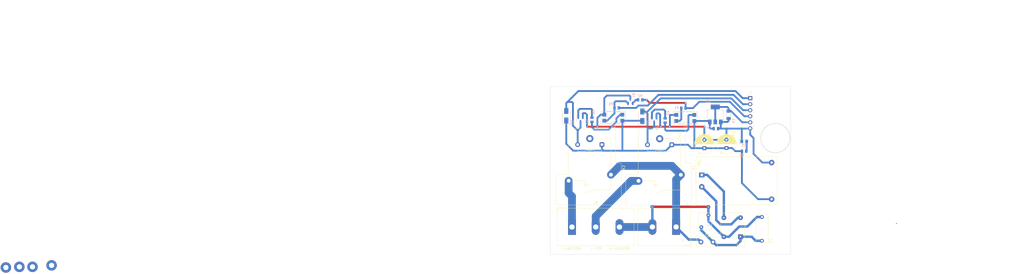
<source format=kicad_pcb>
(kicad_pcb (version 20221018) (generator pcbnew)
  (layers (0 "F.Cu" signal) (31 "B.Cu" signal) (34 "B.Paste" user) (35 "F.Paste" user) (36 "B.SilkS" user "B.Silkscreen") (37 "F.SilkS" user "F.Silkscreen") (38 "B.Mask" user) (39 "F.Mask" user) (44 "Edge.Cuts" user))
  (net 0 "")
  (net 1 "Net-(C1-Pad1)")
  (net 2 "+3.3V")
  (net 3 "Net-(D3-A)")
  (net 4 "+5V")
  (net 5 "MAINSIN_N")
  (net 6 "MAINSIN_L")
  (net 7 "Net-(J8-Pin_1)")
  (net 8 "LED_TOP")
  (net 9 "LED_BOTTOM")
  (net 10 "RELAY_BOTTOM")
  (net 11 "Net-(J8-Pin_2)")
  (net 12 "GND")
  (net 13 "RELAY_TOP")
  (net 14 "Net-(PS1-AC{slash}N)")
  (net 15 "Net-(PS1-AC{slash}L)")
  (net 16 "Net-(Q1-B)")
  (net 17 "Net-(Q1-E)")
  (net 18 "Net-(Q2-B)")
  (net 19 "Net-(Q3-B)")
  (net 20 "Net-(R1-Pad1)")
  (net 21 "Net-(R3-Pad1)")
  (net 22 "Net-(R6-Pad1)")
  (footprint "Relay_THT:Relay_SPST_RAYEX-L90A" (layer "F.Cu") (at 138.3 88.26 -90)
    (fp_text reference "K1" (at 12.1666 -14.3 -90) (layer "F.SilkS"))
    (fp_text value "HEATER-TOP")
    (pad "13A" thru_hole circle (at 0 0 90) (size 3 3) (drill 1.6) (layers "*.Cu" "*.Mask"))
    (pad "13B" thru_hole circle (at 15.2 -8.9 90) (size 3 3) (drill 1.6) (layers "*.Cu" "*.Mask") (net 6 "MAINSIN_L"))
    (pad "14" thru_hole circle (at 17.74 8.9 90) (size 3 3) (drill 1.6) (layers "*.Cu" "*.Mask") (net 11 "Net-(J8-Pin_2)"))
    (pad "A1" thru_hole roundrect (at 2.54 -5.1 90) (size 2 2) (drill 1.1) (layers "*.Cu" "*.Mask") (net 4 "+5V"))
    (pad "A2" thru_hole circle (at 2.54 5.1 90) (size 2 2) (drill 1.1) (layers "*.Cu" "*.Mask") (net 8 "LED_TOP"))
  )
  (footprint "Inductor_THT:Choke_Schaffner_RN204-04-9.0x14.0mm" (layer "F.Cu") (at 172.3 131.5 180)
    (fp_text reference "L1" (at 0.7 -1.3) (layer "F.SilkS"))
    (fp_text value "15mH 500mA")
    (pad "1" thru_hole rect (at 0 2 180) (size 2 2) (drill 0.6) (layers "*.Cu" "*.Mask") (net 1 "Net-(C1-Pad1)"))
    (pad "2" thru_hole circle (at 7 2 180) (size 2 2) (drill 0.6) (layers "*.Cu" "*.Mask") (net 5 "MAINSIN_N"))
    (pad "3" thru_hole circle (at 0 10 180) (size 2 2) (drill 0.6) (layers "*.Cu" "*.Mask") (net 14 "Net-(PS1-AC{slash}N)"))
    (pad "4" thru_hole circle (at 7 10 180) (size 2 2) (drill 0.6) (layers "*.Cu" "*.Mask") (net 15 "Net-(PS1-AC{slash}L)"))
  )
  (footprint "Capacitor_THT:CP_Radial_D8.0mm_P3.50mm" (layer "F.Cu") (at 166.4 92.2 90)
    (fp_text reference "C3" (at 6 3 90) (layer "F.SilkS"))
    (fp_text value "1uF")
    (pad "1" thru_hole rect (at 0 0 90) (size 1.6 1.6) (drill 0.8) (layers "*.Cu" "*.Mask") (net 4 "+5V"))
    (pad "2" thru_hole circle (at 3.5 0 90) (size 1.6 1.6) (drill 0.8) (layers "*.Cu" "*.Mask") (net 12 "GND"))
  )
  (footprint "MountingHole:MountingHole_2.2mm_M2_Pad" (layer "F.Cu") (at -117.55 141.55)
    (fp_text reference "REF**" hide)
    (fp_text value "MountingHole_2.2mm_M2_Pad" hide)
    (pad "1" thru_hole circle (at 0 0) (size 4.4 4.4) (drill 2.2) (layers "*.Cu" "*.Mask"))
  )
  (footprint "Connector_PinHeader_2.54mm:PinHeader_1x06_P2.54mm_Vertical" (layer "F.Cu") (at 176.4 71.2)
    (fp_text reference "J1" (at 0 -2.33) (layer "F.SilkS"))
    (fp_text value "MCU")
    (pad "1" thru_hole rect (at 0 0) (size 1.7 1.7) (drill 1) (layers "*.Cu" "*.Mask") (net 9 "LED_BOTTOM"))
    (pad "2" thru_hole oval (at 0 2.54) (size 1.7 1.7) (drill 1) (layers "*.Cu" "*.Mask") (net 10 "RELAY_BOTTOM"))
    (pad "3" thru_hole oval (at 0 5.08) (size 1.7 1.7) (drill 1) (layers "*.Cu" "*.Mask") (net 8 "LED_TOP"))
    (pad "4" thru_hole oval (at 0 7.62) (size 1.7 1.7) (drill 1) (layers "*.Cu" "*.Mask") (net 13 "RELAY_TOP"))
    (pad "5" thru_hole oval (at 0 10.16) (size 1.7 1.7) (drill 1) (layers "*.Cu" "*.Mask") (net 2 "+3.3V"))
    (pad "6" thru_hole oval (at 0 12.7) (size 1.7 1.7) (drill 1) (layers "*.Cu" "*.Mask") (net 12 "GND"))
  )
  (footprint "Capacitor_THT:CP_Radial_D8.0mm_P3.50mm" (layer "F.Cu") (at 157.1 92.252651 90)
    (fp_text reference "C2" (at 5.87 -10.5 90) (layer "F.SilkS"))
    (fp_text value "470uF")
    (pad "1" thru_hole rect (at 0 0 90) (size 1.6 1.6) (drill 0.8) (layers "*.Cu" "*.Mask") (net 4 "+5V"))
    (pad "2" thru_hole circle (at 3.5 0 90) (size 1.6 1.6) (drill 0.8) (layers "*.Cu" "*.Mask") (net 12 "GND"))
  )
  (footprint "Converter_ACDC:Converter_ACDC_HiLink_HLK-PMxx" (layer "F.Cu") (at 156 103.5)
    (fp_text reference "PS1" (at -1.016 -5.207 90) (layer "F.SilkS"))
    (fp_text value "HLK-PM01")
    (pad "1" thru_hole rect (at 0 0) (size 2.3 2) (drill 1) (layers "*.Cu" "*.Mask") (net 15 "Net-(PS1-AC{slash}L)"))
    (pad "2" thru_hole circle (at 0 5) (size 2.3 2.3) (drill 1) (layers "*.Cu" "*.Mask") (net 14 "Net-(PS1-AC{slash}N)"))
    (pad "3" thru_hole circle (at 29.4 -5.2) (size 2.3 2.3) (drill 1) (layers "*.Cu" "*.Mask") (net 12 "GND"))
    (pad "4" thru_hole circle (at 29.4 10.2) (size 2.3 2.3) (drill 1) (layers "*.Cu" "*.Mask") (net 4 "+5V"))
  )
  (footprint "TerminalBlock_Dinkle:TerminalBlock_Dinkle_DT-55-B01X-02_P10.00mm" (layer "F.Cu") (at 145.225 125.39 180)
    (fp_text reference "J2" (at -2.775 -5.51 180) (layer "F.SilkS"))
    (fp_text value "MAINS_IN")
    (pad "1" thru_hole rect (at 0 0 180) (size 3.3 6.6) (drill 2.2) (layers "*.Cu" "*.Mask") (net 6 "MAINSIN_L"))
    (pad "2" thru_hole oval (at 10 0 180) (size 3.3 6.6) (drill 2.2) (layers "*.Cu" "*.Mask") (net 5 "MAINSIN_N"))
  )
  (footprint "Relay_THT:Relay_SPST_RAYEX-L90A" (layer "F.Cu") (at 108.9 88.2 -90)
    (fp_text reference "K2" (at 12.1666 -14.3 -90) (layer "F.SilkS"))
    (fp_text value "HEATER-BOTTOM")
    (pad "13A" thru_hole circle (at 0 0 90) (size 3 3) (drill 1.6) (layers "*.Cu" "*.Mask"))
    (pad "13B" thru_hole circle (at 15.2 -8.9 90) (size 3 3) (drill 1.6) (layers "*.Cu" "*.Mask") (net 6 "MAINSIN_L"))
    (pad "14" thru_hole circle (at 17.74 8.9 90) (size 3 3) (drill 1.6) (layers "*.Cu" "*.Mask") (net 7 "Net-(J8-Pin_1)"))
    (pad "A1" thru_hole roundrect (at 2.54 -5.1 90) (size 2 2) (drill 1.1) (layers "*.Cu" "*.Mask") (net 4 "+5V"))
    (pad "A2" thru_hole circle (at 2.54 5.1 90) (size 2 2) (drill 1.1) (layers "*.Cu" "*.Mask") (net 9 "LED_BOTTOM"))
  )
  (footprint "MountingHole:MountingHole_2.2mm_M2_Pad" (layer "F.Cu") (at -131.1 142.175)
    (fp_text reference "REF**" hide)
    (fp_text value "MountingHole_2.2mm_M2_Pad" hide)
    (pad "1" thru_hole circle (at 0 0) (size 4.4 4.4) (drill 2.2) (layers "*.Cu" "*.Mask"))
  )
  (footprint "Varistor:RV_Disc_D7mm_W5.7mm_P5mm" (layer "F.Cu") (at 155.8 125.5 90)
    (fp_text reference "RV1" (at 1.57125 3.02425 90) (layer "F.SilkS"))
    (fp_text value "10D561")
    (pad "1" thru_hole circle (at 0 0 90) (size 1.6 1.6) (drill 0.6) (layers "*.Cu" "*.Mask") (net 1 "Net-(C1-Pad1)"))
    (pad "2" thru_hole circle (at 5 3 90) (size 1.6 1.6) (drill 0.6) (layers "*.Cu" "*.Mask") (net 5 "MAINSIN_N"))
  )
  (footprint "MountingHole:MountingHole_2.2mm_M2_Pad" (layer "F.Cu") (at -136.775 142.45)
    (fp_text reference "REF**" hide)
    (fp_text value "MountingHole_2.2mm_M2_Pad" hide)
    (pad "1" thru_hole circle (at 0 0) (size 4.4 4.4) (drill 2.2) (layers "*.Cu" "*.Mask"))
  )
  (footprint "TerminalBlock_Dinkle:TerminalBlock_Dinkle_DT-55-B01X-03_P10.00mm" (layer "F.Cu") (at 101.4 125.415)
    (fp_text reference "J8" (at 10.08 -10.16) (layer "F.SilkS"))
    (fp_text value "HEATER")
    (pad "1" thru_hole rect (at 0 0) (size 3.3 6.6) (drill 2.2) (layers "*.Cu" "*.Mask") (net 7 "Net-(J8-Pin_1)"))
    (pad "2" thru_hole oval (at 10 0) (size 3.3 6.6) (drill 2.2) (layers "*.Cu" "*.Mask") (net 11 "Net-(J8-Pin_2)"))
    (pad "3" thru_hole oval (at 20 0) (size 3.3 6.6) (drill 2.2) (layers "*.Cu" "*.Mask") (net 5 "MAINSIN_N"))
  )
  (footprint "Capacitor_THT:C_Rect_L11.5mm_W5.0mm_P10.00mm_MKT" (layer "F.Cu") (at 181.3 131.2 90)
    (fp_text reference "C1" (at -0.00675 3.72825 90) (layer "F.SilkS"))
    (fp_text value "0.1uF")
    (pad "1" thru_hole circle (at 0 0 90) (size 1.6 1.6) (drill 0.8) (layers "*.Cu" "*.Mask") (net 1 "Net-(C1-Pad1)"))
    (pad "2" thru_hole circle (at 10 0 90) (size 1.6 1.6) (drill 0.8) (layers "*.Cu" "*.Mask") (net 5 "MAINSIN_N"))
  )
  (footprint "MountingHole:MountingHole_2.2mm_M2_Pad" (layer "F.Cu") (at -125.575 142.175)
    (fp_text reference "REF**" hide)
    (fp_text value "MountingHole_2.2mm_M2_Pad" hide)
    (pad "1" thru_hole circle (at 0 0) (size 4.4 4.4) (drill 2.2) (layers "*.Cu" "*.Mask"))
  )
  (footprint "Fuse:Fuse_Littelfuse_395Series" (layer "F.Cu") (at 155.66 131.7)
    (fp_text reference "F1" (at 2.65 -2.95) (layer "F.SilkS"))
    (fp_text value "500 mA")
    (pad "1" thru_hole circle (at 0 0) (size 2 2) (drill 1) (layers "*.Cu" "*.Mask") (net 6 "MAINSIN_L"))
    (pad "2" thru_hole circle (at 5.08 0.01) (size 2 2) (drill 1) (layers "*.Cu" "*.Mask") (net 1 "Net-(C1-Pad1)"))
  )
  (footprint "Capacitor_SMD:C_0805_2012Metric" (layer "B.Cu") (at 161.94 84.005)
    (fp_text reference "C4" (at -3.075 -0.4) (layer "B.SilkS") (effects (justify mirror)))
    (fp_text value "10uF")
    (pad "1" smd roundrect (at -0.95 0) (size 1 1.45) (layers "B.Cu" "B.Paste" "B.Mask") (net 4 "+5V"))
    (pad "2" smd roundrect (at 0.95 0) (size 1 1.45) (layers "B.Cu" "B.Paste" "B.Mask") (net 12 "GND"))
  )
  (footprint "Diode_SMD:D_SMA" (layer "B.Cu") (at 131 78.8 90)
    (fp_text reference "D1" (at -2.74 2.505 270) (layer "B.SilkS") (effects (justify mirror)))
    (fp_text value "US1M")
    (pad "1" smd roundrect (at -2 0 90) (size 2.5 1.8) (layers "B.Cu" "B.Paste" "B.Mask") (roundrect_rratio 0.1388888889) (net 4 "+5V"))
    (pad "2" smd roundrect (at 2 0 90) (size 2.5 1.8) (layers "B.Cu" "B.Paste" "B.Mask") (roundrect_rratio 0.1388888889) (net 8 "LED_TOP"))
  )
  (footprint "Package_DIP:DIP-4_W7.62mm_SMDSocket_SmallPads" (layer "B.Cu") (at 149.09 79.53)
    (fp_text reference "U1" (at 0 3.6) (layer "B.SilkS") (effects (justify mirror)))
    (fp_text value "PC817")
    (pad "1" smd rect (at -3.81 1.27) (size 1.6 1.6) (layers "B.Cu" "B.Paste" "B.Mask") (net 20 "Net-(R1-Pad1)"))
    (pad "2" smd rect (at -3.81 -1.27) (size 1.6 1.6) (layers "B.Cu" "B.Paste" "B.Mask") (net 12 "GND"))
    (pad "3" smd rect (at 3.81 -1.27) (size 1.6 1.6) (layers "B.Cu" "B.Paste" "B.Mask") (net 21 "Net-(R3-Pad1)"))
    (pad "4" smd rect (at 3.81 1.27) (size 1.6 1.6) (layers "B.Cu" "B.Paste" "B.Mask") (net 4 "+5V"))
  )
  (footprint "Resistor_SMD:R_0805_2012Metric" (layer "B.Cu") (at 140.6 80.6 90)
    (fp_text reference "R3" (at 3.225 1.275 90) (layer "B.SilkS") (effects (justify mirror)))
    (fp_text value "200")
    (pad "1" smd roundrect (at -0.9125 0 90) (size 1.025 1.4) (layers "B.Cu" "B.Paste" "B.Mask") (roundrect_rratio 0.243902439) (net 21 "Net-(R3-Pad1)"))
    (pad "2" smd roundrect (at 0.9125 0 90) (size 1.025 1.4) (layers "B.Cu" "B.Paste" "B.Mask") (roundrect_rratio 0.243902439) (net 18 "Net-(Q2-B)"))
  )
  (footprint "Package_DIP:DIP-4_W7.62mm_SMDSocket_SmallPads" (layer "B.Cu") (at 118.8 79.43)
    (fp_text reference "U2" (at 0 3.6 180) (layer "B.SilkS") (effects (justify mirror)))
    (fp_text value "PC817")
    (pad "1" smd rect (at -3.81 1.27) (size 1.6 1.6) (layers "B.Cu" "B.Paste" "B.Mask") (net 17 "Net-(Q1-E)"))
    (pad "2" smd rect (at -3.81 -1.27) (size 1.6 1.6) (layers "B.Cu" "B.Paste" "B.Mask") (net 12 "GND"))
    (pad "3" smd rect (at 3.81 -1.27) (size 1.6 1.6) (layers "B.Cu" "B.Paste" "B.Mask") (net 22 "Net-(R6-Pad1)"))
    (pad "4" smd rect (at 3.81 1.27) (size 1.6 1.6) (layers "B.Cu" "B.Paste" "B.Mask") (net 4 "+5V"))
  )
  (footprint "Package_TO_SOT_SMD:SOT-23" (layer "B.Cu") (at 136 80.3625 -90)
    (fp_text reference "Q2" (at 3.075 -1.25 90) (layer "B.SilkS") (effects (justify mirror)))
    (fp_text value "MMBT3904")
    (pad "1" smd roundrect (at -0.9375 0.95 270) (size 1.475 0.6) (layers "B.Cu" "B.Paste" "B.Mask") (net 18 "Net-(Q2-B)"))
    (pad "2" smd roundrect (at -0.9375 -0.95 270) (size 1.475 0.6) (layers "B.Cu" "B.Paste" "B.Mask") (net 12 "GND"))
    (pad "3" smd roundrect (at 0.9375 0 270) (size 1.475 0.6) (layers "B.Cu" "B.Paste" "B.Mask") (net 8 "LED_TOP"))
  )
  (footprint "Package_TO_SOT_SMD:SOT-223-3_TabPin2" (layer "B.Cu") (at 161.69 78.055 90)
    (fp_text reference "U3" (at 5.5 -2.9 180) (layer "B.SilkS") (effects (justify mirror)))
    (fp_text value "AMS1117-3.3")
    (pad "1" smd rect (at -3.15 2.3 90) (size 2 1.5) (layers "B.Cu" "B.Paste" "B.Mask") (net 12 "GND"))
    (pad "2" smd rect (at -3.15 0 90) (size 2 1.5) (layers "B.Cu" "B.Paste" "B.Mask") (net 2 "+3.3V"))
    (pad "2" smd rect (at 3.15 0 90) (size 2 3.8) (layers "B.Cu" "B.Paste" "B.Mask") (net 2 "+3.3V"))
    (pad "3" smd rect (at -3.15 -2.3 90) (size 2 1.5) (layers "B.Cu" "B.Paste" "B.Mask") (net 4 "+5V"))
  )
  (footprint "Diode_SMD:D_SMA" (layer "B.Cu") (at 99 78.6 90)
    (fp_text reference "D2" (at -2.75 2.55 270) (layer "B.SilkS") (effects (justify mirror)))
    (fp_text value "US1M")
    (pad "1" smd roundrect (at -2 0 90) (size 2.5 1.8) (layers "B.Cu" "B.Paste" "B.Mask") (roundrect_rratio 0.1388888889) (net 4 "+5V"))
    (pad "2" smd roundrect (at 2 0 90) (size 2.5 1.8) (layers "B.Cu" "B.Paste" "B.Mask") (roundrect_rratio 0.1388888889) (net 9 "LED_BOTTOM"))
  )
  (footprint "Resistor_SMD:R_0805_2012Metric" (layer "B.Cu") (at 173.8125 93.5)
    (fp_text reference "R8" (at -0.9 1.8) (layer "B.SilkS") (effects (justify mirror)))
    (fp_text value "330")
    (pad "1" smd roundrect (at -0.9125 0) (size 1.025 1.4) (layers "B.Cu" "B.Paste" "B.Mask") (roundrect_rratio 0.243902439) (net 4 "+5V"))
    (pad "2" smd roundrect (at 0.9125 0) (size 1.025 1.4) (layers "B.Cu" "B.Paste" "B.Mask") (roundrect_rratio 0.243902439) (net 3 "Net-(D3-A)"))
  )
  (footprint "Package_TO_SOT_SMD:SOT-23" (layer "B.Cu") (at 125.95 72.4625 90)
    (fp_text reference "Q1" (at 2.4625 1.45 90) (layer "B.SilkS") (effects (justify mirror)))
    (fp_text value "MMBT3904")
    (pad "1" smd roundrect (at -0.9375 0.95 90) (size 1.475 0.6) (layers "B.Cu" "B.Paste" "B.Mask") (net 16 "Net-(Q1-B)"))
    (pad "2" smd roundrect (at -0.9375 -0.95 90) (size 1.475 0.6) (layers "B.Cu" "B.Paste" "B.Mask") (net 17 "Net-(Q1-E)"))
    (pad "3" smd roundrect (at 0.9375 0 90) (size 1.475 0.6) (layers "B.Cu" "B.Paste" "B.Mask") (net 12 "GND"))
  )
  (footprint "Package_TO_SOT_SMD:SOT-23" (layer "B.Cu") (at 105 80.1625 -90)
    (fp_text reference "Q3" (at 0.95 -2.725 90) (layer "B.SilkS") (effects (justify mirror)))
    (fp_text value "MMBT3904" hide)
    (pad "1" smd roundrect (at -0.9375 0.95 270) (size 1.475 0.6) (layers "B.Cu" "B.Paste" "B.Mask") (net 19 "Net-(Q3-B)"))
    (pad "2" smd roundrect (at -0.9375 -0.95 270) (size 1.475 0.6) (layers "B.Cu" "B.Paste" "B.Mask") (net 12 "GND"))
    (pad "3" smd roundrect (at 0.9375 0 270) (size 1.475 0.6) (layers "B.Cu" "B.Paste" "B.Mask") (net 9 "LED_BOTTOM"))
  )
  (footprint "Capacitor_SMD:C_1206_3216Metric_Pad1.33x1.80mm_HandSolder" (layer "B.Cu") (at 167.29 78.205 -90)
    (fp_text reference "C5" (at 2.6 -2.1 90) (layer "B.SilkS") (effects (justify mirror)))
    (fp_text value "22uF")
    (pad "1" smd roundrect (at -1.5625 0 270) (size 1.325 1.8) (layers "B.Cu" "B.Paste" "B.Mask") (roundrect_rratio 0.188679) (net 2 "+3.3V"))
    (pad "2" smd roundrect (at 1.5625 0 270) (size 1.325 1.8) (layers "B.Cu" "B.Paste" "B.Mask") (roundrect_rratio 0.188679) (net 12 "GND"))
  )
  (footprint "Resistor_SMD:R_0805_2012Metric" (layer "B.Cu") (at 148.3 75.4)
    (fp_text reference "R1" (at -2.9 -0.125) (layer "B.SilkS") (effects (justify mirror)))
    (fp_text value "470")
    (pad "1" smd roundrect (at -0.9125 0) (size 1.025 1.4) (layers "B.Cu" "B.Paste" "B.Mask") (roundrect_rratio 0.243902439) (net 20 "Net-(R1-Pad1)"))
    (pad "2" smd roundrect (at 0.9125 0) (size 1.025 1.4) (layers "B.Cu" "B.Paste" "B.Mask") (roundrect_rratio 0.243902439) (net 13 "RELAY_TOP"))
  )
  (footprint "LED_SMD:LED_0805_2012Metric_Pad1.15x1.40mm_HandSolder" (layer "B.Cu") (at 173.875 89.4)
    (fp_text reference "D3" (at 0 1.65) (layer "B.SilkS") (effects (justify mirror)))
    (fp_text value "LED")
    (pad "1" smd roundrect (at -1.025 0) (size 1.15 1.4) (layers "B.Cu" "B.Paste" "B.Mask") (roundrect_rratio 0.217391) (net 12 "GND"))
    (pad "2" smd roundrect (at 1.025 0) (size 1.15 1.4) (layers "B.Cu" "B.Paste" "B.Mask") (roundrect_rratio 0.217391) (net 3 "Net-(D3-A)"))
  )
  (footprint "Resistor_SMD:R_0805_2012Metric" (layer "B.Cu") (at 109.8 80.2875 90)
    (fp_text reference "R6" (at 3.225 0.75 90) (layer "B.SilkS") (effects (justify mirror)))
    (fp_text value "200")
    (pad "1" smd roundrect (at -0.9125 0 90) (size 1.025 1.4) (layers "B.Cu" "B.Paste" "B.Mask") (roundrect_rratio 0.243902439) (net 22 "Net-(R6-Pad1)"))
    (pad "2" smd roundrect (at 0.9125 0 90) (size 1.025 1.4) (layers "B.Cu" "B.Paste" "B.Mask") (roundrect_rratio 0.243902439) (net 19 "Net-(Q3-B)"))
  )
  (footprint "Resistor_SMD:R_0805_2012Metric" (layer "B.Cu") (at 120.2 75.3)
    (fp_text reference "R5" (at -2.4 -1.6) (layer "B.SilkS") (effects (justify mirror)))
    (fp_text value "470")
    (pad "1" smd roundrect (at -0.9125 0) (size 1.025 1.4) (layers "B.Cu" "B.Paste" "B.Mask") (roundrect_rratio 0.243902439) (net 17 "Net-(Q1-E)"))
    (pad "2" smd roundrect (at 0.9125 0) (size 1.025 1.4) (layers "B.Cu" "B.Paste" "B.Mask") (roundrect_rratio 0.243902439) (net 10 "RELAY_BOTTOM"))
  )
  (footprint "Resistor_SMD:R_0805_2012Metric" (layer "B.Cu") (at 130.1 71.9 180)
    (fp_text reference "R2" (at 0 1.65) (layer "B.SilkS") (effects (justify mirror)))
    (fp_text value "1k")
    (pad "1" smd roundrect (at -0.9125 0 180) (size 1.025 1.4) (layers "B.Cu" "B.Paste" "B.Mask") (roundrect_rratio 0.243902) (net 13 "RELAY_TOP"))
    (pad "2" smd roundrect (at 0.9125 0 180) (size 1.025 1.4) (layers "B.Cu" "B.Paste" "B.Mask") (roundrect_rratio 0.243902) (net 16 "Net-(Q1-B)"))
  )
  (gr_circle (center 237.9 123.9) (end 237.9 123.9) (stroke (width 0.2)) (fill none) (layer "F.Cu"))
  (gr_rect (start 268.8 96.6) (end 268.8 96.6) (stroke (width 0.2)) (fill none) (layer "F.Cu"))
  (gr_circle locked (center 187 88) (end 193.15 88) (stroke (width 0.2)) (fill none) (layer "Edge.Cuts"))
  (gr_rect (start 92.2 66.3) (end 193.5 136.9) (stroke (width 0.1)) (fill none) (layer "Edge.Cuts"))
  (gr_text "L-BOTTOM" (at 97.2 135.1) (layer "F.SilkS") (effects (font (size 1 1)) (justify left bottom)))
  (gr_text "N-HEATERS" (at 117 135.1) (layer "F.SilkS") (effects (font (size 1 1)) (justify left bottom)))
  (gr_text "L-TOP" (at 109.1 135.1) (layer "F.SilkS") (effects (font (size 1 1)) (justify left bottom)))
  (segment (start 170.6 133) (end 172.3 131.3) (width 1) (layer "B.Cu") (net 1))
  (segment (start 177 129.5) (end 172.3 129.5) (width 1) (layer "B.Cu") (net 1))
  (segment (start 172.3 131.3) (end 172.3 129.5) (width 1) (layer "B.Cu") (net 1))
  (segment (start 155.8 125.5) (end 155.8 126.77) (width 1) (layer "B.Cu") (net 1))
  (segment (start 155.8 126.77) (end 160.74 131.71) (width 1) (layer "B.Cu") (net 1))
  (segment (start 160.74 131.71) (end 162.03 133) (width 1) (layer "B.Cu") (net 1))
  (segment (start 161 131.45) (end 160.74 131.71) (width 1) (layer "B.Cu") (net 1))
  (segment (start 162.03 133) (end 170.6 133) (width 1) (layer "B.Cu") (net 1))
  (segment (start 181.3 131.2) (end 178.7 131.2) (width 1) (layer "B.Cu") (net 1))
  (segment (start 178.7 131.2) (end 177 129.5) (width 1) (layer "B.Cu") (net 1))
  (segment (start 166.74 74.905) (end 167.29 75.455) (width 0.76) (layer "B.Cu") (net 2))
  (segment (start 173.06 81.36) (end 168.3425 76.6425) (width 0.76) (layer "B.Cu") (net 2))
  (segment (start 176.4 81.36) (end 173.06 81.36) (width 0.76) (layer "B.Cu") (net 2))
  (segment (start 167.29 76.6425) (end 167.29 75.455) (width 0.76) (layer "B.Cu") (net 2))
  (segment (start 161.69 74.905) (end 166.74 74.905) (width 0.76) (layer "B.Cu") (net 2))
  (segment (start 161.69 74.905) (end 161.69 81.205) (width 0.76) (layer "B.Cu") (net 2))
  (segment (start 168.3425 76.6425) (end 167.29 76.6425) (width 0.76) (layer "B.Cu") (net 2))
  (segment (start 174.9 89.4) (end 174.9 93.325) (width 0.76) (layer "B.Cu") (net 3))
  (segment (start 174.9 93.325) (end 174.725 93.5) (width 0.76) (layer "B.Cu") (net 3))
  (segment (start 101.9 93.3) (end 114.7 93.3) (width 0.76) (layer "B.Cu") (net 4))
  (segment (start 166.347349 92.252651) (end 166.4 92.2) (width 0.76) (layer "B.Cu") (net 4))
  (segment (start 140.9 93.3) (end 122.6 93.3) (width 0.76) (layer "B.Cu") (net 4))
  (segment (start 152.9 80.8) (end 158.985 80.8) (width 0.76) (layer "B.Cu") (net 4))
  (segment (start 130.9 80.7) (end 131 80.8) (width 0.76) (layer "B.Cu") (net 4))
  (segment (start 160.99 84.005) (end 159.64 84.005) (width 0.76) (layer "B.Cu") (net 4))
  (segment (start 99 90.4) (end 101.9 93.3) (width 0.76) (layer "B.Cu") (net 4))
  (segment (start 150.2 90.8) (end 143.4 90.8) (width 0.76) (layer "B.Cu") (net 4))
  (segment (start 159.64 84.005) (end 159.39 83.755) (width 0.76) (layer "B.Cu") (net 4))
  (segment (start 114.7 93.3) (end 114 92.6) (width 0.76) (layer "B.Cu") (net 4))
  (segment (start 122.61 80.7) (end 130.9 80.7) (width 0.76) (layer "B.Cu") (net 4))
  (segment (start 168.8 92.2) (end 170.1 93.5) (width 0.76) (layer "B.Cu") (net 4))
  (segment (start 152.9 80.8) (end 152.9 92.252651) (width 0.76) (layer "B.Cu") (net 4))
  (segment (start 157.1 92.252651) (end 166.347349 92.252651) (width 0.76) (layer "B.Cu") (net 4))
  (segment (start 166.4 92.2) (end 168.8 92.2) (width 0.76) (layer "B.Cu") (net 4))
  (segment (start 99 80.6) (end 99 90.4) (width 0.76) (layer "B.Cu") (net 4))
  (segment (start 172.9 93.5) (end 172.9 106.9) (width 0.76) (layer "B.Cu") (net 4))
  (segment (start 170.1 93.5) (end 172.9 93.5) (width 0.76) (layer "B.Cu") (net 4))
  (segment (start 122.6 93.3) (end 114.7 93.3) (width 0.76) (layer "B.Cu") (net 4))
  (segment (start 159.39 83.755) (end 159.39 81.205) (width 0.76) (layer "B.Cu") (net 4))
  (segment (start 157.1 92.252651) (end 152.9 92.252651) (width 0.76) (layer "B.Cu") (net 4))
  (segment (start 158.985 80.8) (end 159.39 81.205) (width 0.76) (layer "B.Cu") (net 4))
  (segment (start 172.9 106.9) (end 179.7 113.7) (width 0.76) (layer "B.Cu") (net 4))
  (segment (start 179.7 113.7) (end 185.4 113.7) (width 0.76) (layer "B.Cu") (net 4))
  (segment (start 122.61 93.29) (end 122.6 93.3) (width 0.76) (layer "B.Cu") (net 4))
  (segment (start 152.9 92.252651) (end 151.652651 92.252651) (width 0.76) (layer "B.Cu") (net 4))
  (segment (start 122.61 80.7) (end 122.61 93.29) (width 0.76) (layer "B.Cu") (net 4))
  (segment (start 151.652651 92.252651) (end 150.2 90.8) (width 0.76) (layer "B.Cu") (net 4))
  (segment (start 143.4 90.8) (end 140.9 93.3) (width 0.76) (layer "B.Cu") (net 4))
  (segment (start 114 92.6) (end 114 90.74) (width 0.76) (layer "B.Cu") (net 4))
  (segment (start 158.7 116.9) (end 135.2 116.9) (width 1) (layer "F.Cu") (net 5))
  (segment (start 158.8 117) (end 158.7 116.9) (width 1) (layer "F.Cu") (net 5))
  (via (at 158.8 117) (size 1.6) (drill 0.4) (layers "F.Cu" "B.Cu") (net 5))
  (via (at 135.2 116.9) (size 1.6) (drill 0.4) (layers "F.Cu" "B.Cu") (net 5))
  (segment (start 175.2 125.2) (end 171.8 125.2) (width 1) (layer "B.Cu") (net 5))
  (segment (start 135.2 125.415) (end 135.225 125.39) (width 3.3) (layer "B.Cu") (net 5))
  (segment (start 181.3 121.2) (end 179.2 121.2) (width 1) (layer "B.Cu") (net 5))
  (segment (start 158.8 120.5) (end 158.8 123) (width 1) (layer "B.Cu") (net 5))
  (segment (start 158.8 117) (end 158.8 120.5) (width 1) (layer "B.Cu") (net 5))
  (segment (start 135.225 125.39) (end 135.225 116.925) (width 1) (layer "B.Cu") (net 5))
  (segment (start 179.2 121.2) (end 175.2 125.2) (width 1) (layer "B.Cu") (net 5))
  (segment (start 167.5 129.5) (end 165.3 129.5) (width 1) (layer "B.Cu") (net 5))
  (segment (start 121.4 125.415) (end 135.2 125.415) (width 3.3) (layer "B.Cu") (net 5))
  (segment (start 171.8 125.2) (end 167.5 129.5) (width 1) (layer "B.Cu") (net 5))
  (segment (start 135.225 116.925) (end 135.2 116.9) (width 1) (layer "B.Cu") (net 5))
  (segment (start 158.8 123) (end 165.3 129.5) (width 1) (layer "B.Cu") (net 5))
  (segment (start 121.3 99.9) (end 121.3 99.8) (width 3.3) (layer "B.Cu") (net 6))
  (segment (start 145.225 105.435) (end 147.2 103.46) (width 3.3) (layer "B.Cu") (net 6))
  (segment (start 143.44 99.7) (end 147.2 103.46) (width 3.3) (layer "B.Cu") (net 6))
  (segment (start 150.535 130.7) (end 154.66 130.7) (width 1) (layer "B.Cu") (net 6))
  (segment (start 121.5 99.7) (end 143.44 99.7) (width 3.3) (layer "B.Cu") (net 6))
  (segment (start 117.8 103.4) (end 121.3 99.9) (width 3.3) (layer "B.Cu") (net 6))
  (segment (start 121.3 99.9) (end 121.5 99.7) (width 3.3) (layer "B.Cu") (net 6))
  (segment (start 145.225 125.39) (end 150.535 130.7) (width 1) (layer "B.Cu") (net 6))
  (segment (start 154.66 130.7) (end 155.66 131.7) (width 1) (layer "B.Cu") (net 6))
  (segment (start 145.225 125.39) (end 145.225 105.435) (width 3.3) (layer "B.Cu") (net 6))
  (segment (start 101.4 125.415) (end 101.4 112.5) (width 3.3) (layer "B.Cu") (net 7))
  (segment (start 101.4 112.5) (end 100 111.1) (width 3.3) (layer "B.Cu") (net 7))
  (segment (start 100 111.1) (end 100 105.94) (width 3.3) (layer "B.Cu") (net 7))
  (segment (start 176.4 76.28) (end 173.43 76.28) (width 0.76) (layer "B.Cu") (net 8))
  (segment (start 134.9 84) (end 136 82.9) (width 0.76) (layer "B.Cu") (net 8))
  (segment (start 131 76.8) (end 132.2 76.8) (width 0.76) (layer "B.Cu") (net 8))
  (segment (start 133.2 84) (end 134.9 84) (width 0.76) (layer "B.Cu") (net 8))
  (segment (start 133.2 84) (end 133.2 90.8) (width 0.76) (layer "B.Cu") (net 8))
  (segment (start 136 82.9) (end 136 81.3) (width 0.76) (layer "B.Cu") (net 8))
  (segment (start 168.45 71.3) (end 138.7 71.3) (width 0.76) (layer "B.Cu") (net 8))
  (segment (start 132.7 77.3) (end 133.2 77.8) (width 0.76) (layer "B.Cu") (net 8))
  (segment (start 173.43 76.28) (end 168.45 71.3) (width 0.76) (layer "B.Cu") (net 8))
  (segment (start 133.2 77.8) (end 133.2 84) (width 0.76) (layer "B.Cu") (net 8))
  (segment (start 132.2 76.8) (end 132.7 77.3) (width 0.76) (layer "B.Cu") (net 8))
  (segment (start 138.7 71.3) (end 132.7 77.3) (width 0.76) (layer "B.Cu") (net 8))
  (segment (start 104.1 68.2) (end 99.05 73.25) (width 0.76) (layer "B.Cu") (net 9))
  (segment (start 101.4 72.8) (end 101.8 73.2) (width 0.76) (layer "B.Cu") (net 9))
  (segment (start 176.4 71.2) (end 173.2 71.2) (width 0.76) (layer "B.Cu") (net 9))
  (segment (start 99 76.6) (end 99 73.3) (width 0.76) (layer "B.Cu") (net 9))
  (segment (start 103.8 84.8) (end 103.8 90.74) (width 0.76) (layer "B.Cu") (net 9))
  (segment (start 105 83.6) (end 103.8 84.8) (width 0.76) (layer "B.Cu") (net 9))
  (segment (start 105 81.1) (end 105 83.6) (width 0.76) (layer "B.Cu") (net 9))
  (segment (start 170.2 68.2) (end 104.1 68.2) (width 0.76) (layer "B.Cu") (net 9))
  (segment (start 99.5 72.8) (end 101.4 72.8) (width 0.76) (layer "B.Cu") (net 9))
  (segment (start 99.05 73.25) (end 99.5 72.8) (width 0.76) (layer "B.Cu") (net 9))
  (segment (start 101.8 82.8) (end 103.8 84.8) (width 0.76) (layer "B.Cu") (net 9))
  (segment (start 173.2 71.2) (end 170.2 68.2) (width 0.76) (layer "B.Cu") (net 9))
  (segment (start 101.8 73.2) (end 101.8 82.8) (width 0.76) (layer "B.Cu") (net 9))
  (segment (start 99 73.3) (end 99.05 73.25) (width 0.76) (layer "B.Cu") (net 9))
  (segment (start 133.3 74.3) (end 137.8 69.8) (width 0.76) (layer "B.Cu") (net 10))
  (segment (start 128.4 75.3) (end 129.4 74.3) (width 0.76) (layer "B.Cu") (net 10))
  (segment (start 173.34 73.74) (end 176.4 73.74) (width 0.76) (layer "B.Cu") (net 10))
  (segment (start 169.4 69.8) (end 173.34 73.74) (width 0.76) (layer "B.Cu") (net 10))
  (segment (start 129.4 74.3) (end 133.3 74.3) (width 0.76) (layer "B.Cu") (net 10))
  (segment (start 121.1125 75.3) (end 128.4 75.3) (width 0.76) (layer "B.Cu") (net 10))
  (segment (start 137.8 69.8) (end 169.4 69.8) (width 0.76) (layer "B.Cu") (net 10))
  (segment (start 126.3 106) (end 111.4 120.9) (width 3.3) (layer "B.Cu") (net 11))
  (segment (start 129.4 106) (end 126.3 106) (width 3.3) (layer "B.Cu") (net 11))
  (segment (start 111.4 120.9) (end 111.4 125.415) (width 3.3) (layer "B.Cu") (net 11))
  (segment (start 142.5 83.2) (end 157.1 83.2) (width 0.76) (layer "F.Cu") (net 12))
  (segment (start 107.7 83.2) (end 112.5 83.2) (width 0.76) (layer "F.Cu") (net 12))
  (segment (start 138.8 83.2) (end 142.5 83.2) (width 0.76) (layer "F.Cu") (net 12))
  (segment (start 112.5 83.2) (end 138.8 83.2) (width 0.76) (layer "F.Cu") (net 12))
  (segment (start 112.5 83.2) (end 112.1 83.2) (width 0.76) (layer "F.Cu") (net 12))
  (via (at 157.1 83.2) (size 0.8) (drill 0.4) (layers "F.Cu" "B.Cu") (net 12))
  (via (at 142.5 83.2) (size 0.8) (drill 0.4) (layers "F.Cu" "B.Cu") (net 12))
  (via (at 138.8 83.2) (size 0.8) (drill 0.4) (layers "F.Cu" "B.Cu") (net 12))
  (via (at 107.7 83.2) (size 0.8) (drill 0.4) (layers "F.Cu" "B.Cu") (net 12))
  (via (at 112.1 83.2) (size 0.8) (drill 0.4) (layers "F.Cu" "B.Cu") (net 12))
  (segment (start 112.1 83.2) (end 112.1 79.5) (width 0.76) (layer "B.Cu") (net 12))
  (segment (start 185.4 98.3) (end 181.5 98.3) (width 0.76) (layer "B.Cu") (net 12))
  (segment (start 177.8 88) (end 176.4 86.6) (width 0.76) (layer "B.Cu") (net 12))
  (segment (start 125.95 70.45) (end 125.6 70.1) (width 0.76) (layer "B.Cu") (net 12))
  (segment (start 181.5 98.3) (end 177.8 94.6) (width 0.76) (layer "B.Cu") (net 12))
  (segment (start 177.8 94.6) (end 177.8 88) (width 0.76) (layer "B.Cu") (net 12))
  (segment (start 137.3 77.6) (end 136.95 77.95) (width 0.76) (layer "B.Cu") (net 12))
  (segment (start 157.1 88.752651) (end 166.347349 88.752651) (width 0.76) (layer "B.Cu") (net 12))
  (segment (start 167.29 80.755) (end 167.29 79.7675) (width 0.76) (layer "B.Cu") (net 12))
  (segment (start 112.1 79.5) (end 113.44 78.16) (width 0.76) (layer "B.Cu") (net 12))
  (segment (start 163.64 84.005) (end 162.89 84.005) (width 0.76) (layer "B.Cu") (net 12))
  (segment (start 142.84 78.26) (end 142.6 78.5) (width 0.76) (layer "B.Cu") (net 12))
  (segment (start 172.85 84.155) (end 172.7 84.005) (width 0.76) (layer "B.Cu") (net 12))
  (segment (start 106.2 77.5) (end 107 77.5) (width 0.76) (layer "B.Cu") (net 12))
  (segment (start 157.1 83.2) (end 157.1 88.752651) (width 0.76) (layer "B.Cu") (net 12))
  (segment (start 176.4 86.6) (end 176.4 83.9) (width 0.76) (layer "B.Cu") (net 12))
  (segment (start 172.7 84.005) (end 176.295 84.005) (width 0.76) (layer "B.Cu") (net 12))
  (segment (start 138.5 82.9) (end 138.5 78.1) (width 0.76) (layer "B.Cu") (net 12))
  (segment (start 166.5 84.005) (end 172.7 84.005) (width 0.76) (layer "B.Cu") (net 12))
  (segment (start 142.6 83.1) (end 142.5 83.2) (width 0.76) (layer "B.Cu") (net 12))
  (segment (start 107 77.5) (end 107.7 78.2) (width 0.76) (layer "B.Cu") (net 12))
  (segment (start 176.295 84.005) (end 176.4 83.9) (width 0.76) (layer "B.Cu") (net 12))
  (segment (start 163.99 83.655) (end 163.64 84.005) (width 0.76) (layer "B.Cu") (net 12))
  (segment (start 162.89 84.005) (end 166.5 84.005) (width 0.76) (layer "B.Cu") (net 12))
  (segment (start 116.1 70.1) (end 114.99 71.21) (width 0.76) (layer "B.Cu") (net 12))
  (segment (start 166.4 88.7) (end 166.4 84.105) (width 0.76) (layer "B.Cu") (net 12))
  (segment (start 136.95 77.95) (end 136.95 79.425) (width 0.76) (layer "B.Cu") (net 12))
  (segment (start 105.95 77.75) (end 106.2 77.5) (width 0.76) (layer "B.Cu") (net 12))
  (segment (start 138.8 83.2) (end 138.5 82.9) (width 0.76) (layer "B.Cu") (net 12))
  (segment (start 138.5 78.1) (end 138 77.6) (width 0.76) (layer "B.Cu") (net 12))
  (segment (start 113.44 78.16) (end 114.99 78.16) (width 0.76) (layer "B.Cu") (net 12))
  (segment (start 138 77.6) (end 137.3 77.6) (width 0.76) (layer "B.Cu") (net 12))
  (segment (start 114.99 71.21) (end 114.99 78.16) (width 0.76) (layer "B.Cu") (net 12))
  (segment (start 142.6 78.5) (end 142.6 83.1) (width 0.76) (layer "B.Cu") (net 12))
  (segment (start 105.95 79.225) (end 105.95 77.75) (width 0.76) (layer "B.Cu") (net 12))
  (segment (start 107.7 78.2) (end 107.7 83.2) (width 0.76) (layer "B.Cu") (net 12))
  (segment (start 172.85 89.4) (end 172.85 84.155) (width 0.76) (layer "B.Cu") (net 12))
  (segment (start 163.99 81.205) (end 163.99 83.655) (width 0.76) (layer "B.Cu") (net 12))
  (segment (start 163.99 81.205) (end 166.84 81.205) (width 0.76) (layer "B.Cu") (net 12))
  (segment (start 125.6 70.1) (end 116.1 70.1) (width 0.76) (layer "B.Cu") (net 12))
  (segment (start 145.28 78.26) (end 142.84 78.26) (width 0.76) (layer "B.Cu") (net 12))
  (segment (start 166.84 81.205) (end 167.29 80.755) (width 0.76) (layer "B.Cu") (net 12))
  (segment (start 166.347349 88.752651) (end 166.4 88.7) (width 0.76) (layer "B.Cu") (net 12))
  (segment (start 166.4 84.105) (end 166.5 84.005) (width 0.76) (layer "B.Cu") (net 12))
  (segment (start 125.95 71.525) (end 125.95 70.45) (width 0.76) (layer "B.Cu") (net 12))
  (segment (start 149.2 73.2) (end 134.1 73.2) (width 0.76) (layer "F.Cu") (net 13))
  (segment (start 134.1 73.2) (end 132.8 71.9) (width 0.76) (layer "F.Cu") (net 13))
  (via (at 132.8 71.9) (size 0.8) (drill 0.4) (layers "F.Cu" "B.Cu") (net 13))
  (via (at 149.2 73.2) (size 0.8) (drill 0.4) (layers "F.Cu" "B.Cu") (net 13))
  (segment (start 173.92 78.82) (end 167.8 72.7) (width 0.76) (layer "B.Cu") (net 13))
  (segment (start 176.4 78.82) (end 173.92 78.82) (width 0.76) (layer "B.Cu") (net 13))
  (segment (start 132.8 71.9) (end 131.0125 71.9) (width 0.76) (layer "B.Cu") (net 13))
  (segment (start 152.3 75.4) (end 149.2125 75.4) (width 0.76) (layer "B.Cu") (net 13))
  (segment (start 167.8 72.7) (end 155 72.7) (width 0.76) (layer "B.Cu") (net 13))
  (segment (start 155 72.7) (end 152.3 75.4) (width 0.76) (layer "B.Cu") (net 13))
  (segment (start 149.2125 73.2125) (end 149.2 73.2) (width 0.76) (layer "B.Cu") (net 13))
  (segment (start 149.2125 75.4) (end 149.2125 73.2125) (width 0.76) (layer "B.Cu") (net 13))
  (segment (start 168.4 124.3) (end 171.2 121.5) (width 1) (layer "B.Cu") (net 14))
  (segment (start 162.1 122.5) (end 163.9 124.3) (width 1) (layer "B.Cu") (net 14))
  (segment (start 163.9 124.3) (end 168.4 124.3) (width 1) (layer "B.Cu") (net 14))
  (segment (start 162.1 114.6) (end 162.1 122.5) (width 1) (layer "B.Cu") (net 14))
  (segment (start 156 108.5) (end 162.1 114.6) (width 1) (layer "B.Cu") (net 14))
  (segment (start 171.2 121.5) (end 172.3 121.5) (width 1) (layer "B.Cu") (net 14))
  (segment (start 156 103.5) (end 158.3 103.5) (width 1) (layer "B.Cu") (net 15))
  (segment (start 158.3 103.5) (end 165.3 110.5) (width 1) (layer "B.Cu") (net 15))
  (segment (start 165.3 110.5) (end 165.3 121.5) (width 1) (layer "B.Cu") (net 15))
  (segment (start 128.3 71.9) (end 129.1875 71.9) (width 0.76) (layer "B.Cu") (net 16))
  (segment (start 126.9 73.4) (end 128.2 72.1) (width 0.76) (layer "B.Cu") (net 16))
  (segment (start 128.2 72.1) (end 128.2 72) (width 0.76) (layer "B.Cu") (net 16))
  (segment (start 128.2 72) (end 128.3 71.9) (width 0.76) (layer "B.Cu") (net 16))
  (segment (start 124.1 72.5) (end 119.8 72.5) (width 0.76) (layer "B.Cu") (net 17))
  (segment (start 119.8 72.5) (end 119.2875 73.0125) (width 0.76) (layer "B.Cu") (net 17))
  (segment (start 125 73.4) (end 124.1 72.5) (width 0.76) (layer "B.Cu") (net 17))
  (segment (start 119.2875 77.6125) (end 116.2 80.7) (width 0.76) (layer "B.Cu") (net 17))
  (segment (start 116.2 80.7) (end 115.58 80.7) (width 0.76) (layer "B.Cu") (net 17))
  (segment (start 119.2875 75.3) (end 119.2875 77.6125) (width 0.76) (layer "B.Cu") (net 17))
  (segment (start 119.2875 73.0125) (end 119.2875 75.3) (width 0.76) (layer "B.Cu") (net 17))
  (segment (start 140.6 79.6875) (end 140.6 76.6) (width 0.76) (layer "B.Cu") (net 18))
  (segment (start 140.6 76.6) (end 140 76) (width 0.76) (layer "B.Cu") (net 18))
  (segment (start 135.05 77.15) (end 135.05 79.425) (width 0.76) (layer "B.Cu") (net 18))
  (segment (start 136.2 76) (end 135.05 77.15) (width 0.76) (layer "B.Cu") (net 18))
  (segment (start 140 76) (end 136.2 76) (width 0.76) (layer "B.Cu") (net 18))
  (segment (start 109.5 75.7) (end 104.7 75.7) (width 0.76) (layer "B.Cu") (net 19))
  (segment (start 109.8 76) (end 109.5 75.7) (width 0.76) (layer "B.Cu") (net 19))
  (segment (start 104.7 75.7) (end 104.05 76.35) (width 0.76) (layer "B.Cu") (net 19))
  (segment (start 104.05 76.35) (end 104.05 79.225) (width 0.76) (layer "B.Cu") (net 19))
  (segment (start 109.8 79.375) (end 109.8 76) (width 0.76) (layer "B.Cu") (net 19))
  (segment (start 145.28 80.8) (end 146.7 80.8) (width 0.76) (layer "B.Cu") (net 20))
  (segment (start 147.3875 80.1125) (end 147.3875 75.4) (width 0.76) (layer "B.Cu") (net 20))
  (segment (start 146.7 80.8) (end 147.3875 80.1125) (width 0.76) (layer "B.Cu") (net 20))
  (segment (start 150.4 78.6) (end 150.4 84.3) (width 0.76) (layer "B.Cu") (net 21))
  (segment (start 152.9 78.26) (end 150.74 78.26) (width 0.76) (layer "B.Cu") (net 21))
  (segment (start 140.6 84.4) (end 140.6 81.5125) (width 0.76) (layer "B.Cu") (net 21))
  (segment (start 150.74 78.26) (end 150.4 78.6) (width 0.76) (layer "B.Cu") (net 21))
  (segment (start 149.8 84.9) (end 141.1 84.9) (width 0.76) (layer "B.Cu") (net 21))
  (segment (start 150.4 84.3) (end 149.8 84.9) (width 0.76) (layer "B.Cu") (net 21))
  (segment (start 141.1 84.9) (end 140.6 84.4) (width 0.76) (layer "B.Cu") (net 21))
  (segment (start 109.8 81.2) (end 109.8 83.4) (width 0.76) (layer "B.Cu") (net 22))
  (segment (start 116.8 84.4) (end 110.8 84.4) (width 0.76) (layer "B.Cu") (net 22))
  (segment (start 120.1 81.1) (end 116.8 84.4) (width 0.76) (layer "B.Cu") (net 22))
  (segment (start 109.8 83.4) (end 110.8 84.4) (width 0.76) (layer "B.Cu") (net 22))
  (segment (start 121.64 78.16) (end 120.1 79.7) (width 0.76) (layer "B.Cu") (net 22))
  (segment (start 120.1 79.7) (end 120.1 81.1) (width 0.76) (layer "B.Cu") (net 22))
  (segment (start 122.61 78.16) (end 121.64 78.16) (width 0.76) (layer "B.Cu") (net 22))
)
</source>
